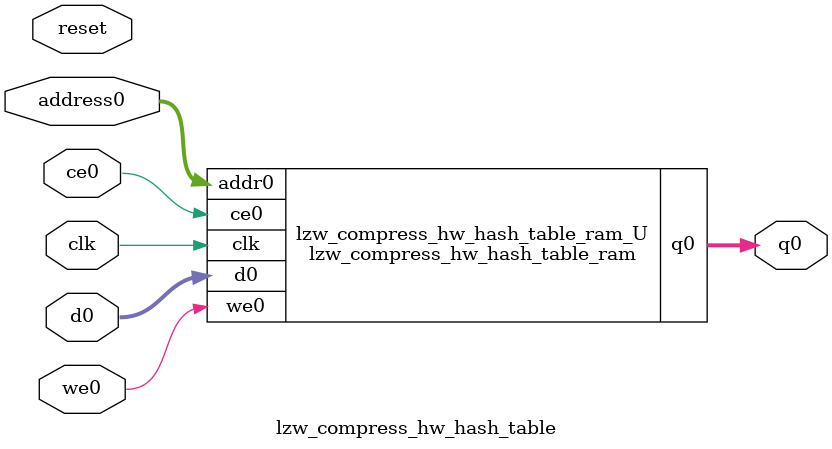
<source format=v>
`timescale 1 ns / 1 ps
module lzw_compress_hw_hash_table_ram (addr0, ce0, d0, we0, q0,  clk);

parameter DWIDTH = 33;
parameter AWIDTH = 15;
parameter MEM_SIZE = 32768;

input[AWIDTH-1:0] addr0;
input ce0;
input[DWIDTH-1:0] d0;
input we0;
output reg[DWIDTH-1:0] q0;
input clk;

reg [DWIDTH-1:0] ram[0:MEM_SIZE-1];




always @(posedge clk)  
begin 
    if (ce0) begin
        if (we0) 
            ram[addr0] <= d0; 
        q0 <= ram[addr0];
    end
end


endmodule

`timescale 1 ns / 1 ps
module lzw_compress_hw_hash_table(
    reset,
    clk,
    address0,
    ce0,
    we0,
    d0,
    q0);

parameter DataWidth = 32'd33;
parameter AddressRange = 32'd32768;
parameter AddressWidth = 32'd15;
input reset;
input clk;
input[AddressWidth - 1:0] address0;
input ce0;
input we0;
input[DataWidth - 1:0] d0;
output[DataWidth - 1:0] q0;



lzw_compress_hw_hash_table_ram lzw_compress_hw_hash_table_ram_U(
    .clk( clk ),
    .addr0( address0 ),
    .ce0( ce0 ),
    .we0( we0 ),
    .d0( d0 ),
    .q0( q0 ));

endmodule


</source>
